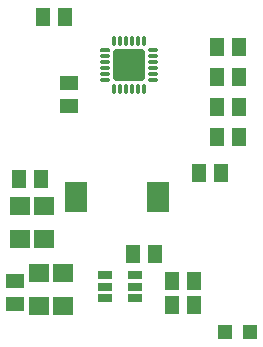
<source format=gbr>
G04 EAGLE Gerber RS-274X export*
G75*
%MOIN*%
%FSLAX25Y25*%
%LPD*%
%INSolderpaste Top*%
%IPPOS*%
%AMOC8*
5,1,8,0,0,1.08239X$1,22.5*%
G01*
%ADD10R,0.051181X0.059055*%
%ADD11R,0.070866X0.062992*%
%ADD12R,0.059055X0.051181*%
%ADD13R,0.076000X0.100000*%
%ADD14R,0.047244X0.047244*%
%ADD15R,0.050000X0.025000*%
%ADD16C,0.006000*%
%ADD17C,0.012000*%
%ADD18C,0.026750*%


D10*
X15260Y82000D03*
X22740Y82000D03*
D11*
X15598Y73024D03*
X15598Y62000D03*
X23598Y73024D03*
X23598Y62000D03*
D10*
X75260Y84000D03*
X82740Y84000D03*
D12*
X14000Y40260D03*
X14000Y47740D03*
D11*
X30000Y39488D03*
X30000Y50512D03*
X22000Y39488D03*
X22000Y50512D03*
D10*
X60740Y57000D03*
X53260Y57000D03*
D13*
X61780Y76000D03*
X34220Y76000D03*
D14*
X83866Y31000D03*
X92134Y31000D03*
D10*
X66260Y40000D03*
X73740Y40000D03*
X66260Y48000D03*
X73740Y48000D03*
X81260Y96000D03*
X88740Y96000D03*
X81260Y106000D03*
X88740Y106000D03*
X81260Y116000D03*
X88740Y116000D03*
X81260Y126000D03*
X88740Y126000D03*
D15*
X54000Y49740D03*
X54000Y46000D03*
X54000Y42260D03*
X44000Y42260D03*
X44000Y46000D03*
X44000Y49740D03*
D16*
X45300Y124700D02*
X42700Y124700D01*
X42700Y125300D01*
X45300Y125300D01*
X45300Y124700D01*
X45300Y125270D02*
X42700Y125270D01*
D17*
X43000Y123000D02*
X45000Y123000D01*
X45000Y121000D02*
X43000Y121000D01*
X43000Y119000D02*
X45000Y119000D01*
X45000Y117000D02*
X43000Y117000D01*
X43000Y115000D02*
X45000Y115000D01*
X47000Y113000D02*
X47000Y111000D01*
X49000Y111000D02*
X49000Y113000D01*
X51000Y113000D02*
X51000Y111000D01*
X53000Y111000D02*
X53000Y113000D01*
X55000Y113000D02*
X55000Y111000D01*
X57000Y111000D02*
X57000Y113000D01*
X59000Y115000D02*
X61000Y115000D01*
X61000Y117000D02*
X59000Y117000D01*
X59000Y119000D02*
X61000Y119000D01*
X61000Y121000D02*
X59000Y121000D01*
X59000Y123000D02*
X61000Y123000D01*
X61000Y125000D02*
X59000Y125000D01*
X57000Y127000D02*
X57000Y129000D01*
X55000Y129000D02*
X55000Y127000D01*
X53000Y127000D02*
X53000Y129000D01*
X51000Y129000D02*
X51000Y127000D01*
X49000Y127000D02*
X49000Y129000D01*
X47000Y129000D02*
X47000Y127000D01*
D18*
X47987Y115987D02*
X56013Y115987D01*
X47987Y115987D02*
X47987Y124013D01*
X56013Y124013D01*
X56013Y115987D01*
X56013Y118528D02*
X47987Y118528D01*
X47987Y121069D02*
X56013Y121069D01*
X56013Y123610D02*
X47987Y123610D01*
D12*
X32000Y113740D03*
X32000Y106260D03*
D10*
X30740Y136000D03*
X23260Y136000D03*
M02*

</source>
